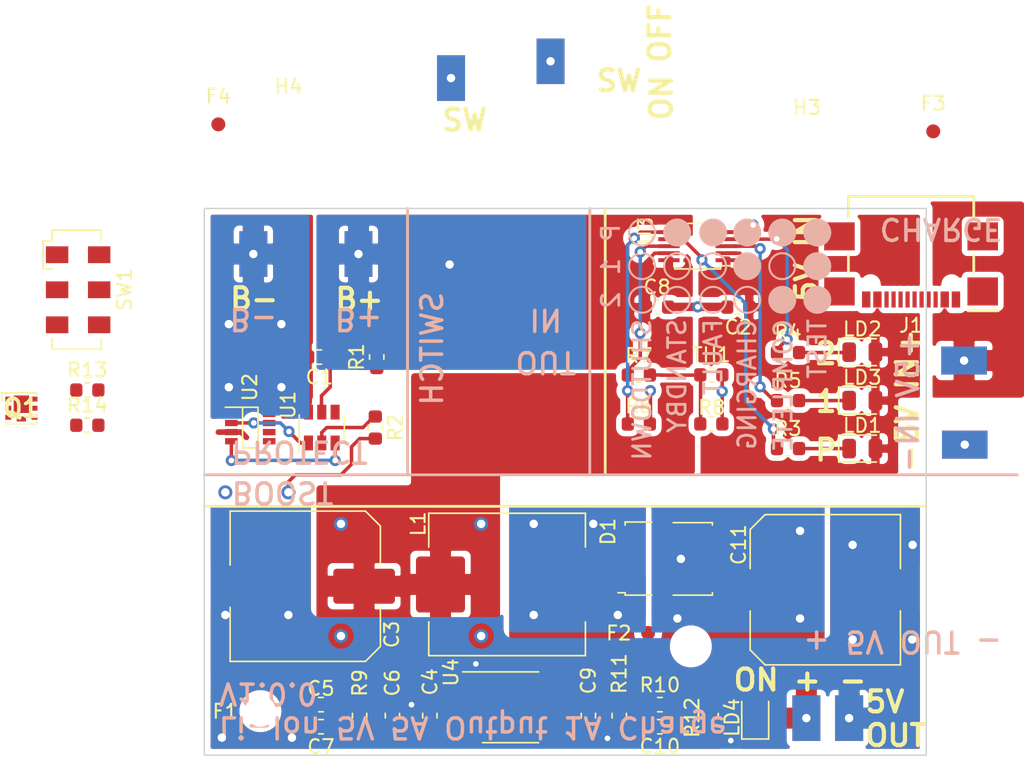
<source format=kicad_pcb>
(kicad_pcb (version 20171130) (host pcbnew "(5.1.5)-3")
  (layers (0 Top signal) (31 Bottom signal) (34 B.Paste user hide) (35 F.Paste user) (36 B.SilkS user hide) (37 F.SilkS user) (38 B.Mask user hide) (39 F.Mask user) (44 Edge.Cuts user))
  (net 0 "")
  (net 1 /BATT-)
  (net 2 /BATT+)
  (net 3 /VUSB)
  (net 4 /PROG)
  (net 5 GND)
  (net 6 /PG)
  (net 7 /ST2)
  (net 8 /ST1)
  (net 9 /COMP)
  (net 10 /SS)
  (net 11 /SW)
  (net 12 /FB)
  (net 13 /BOOSTVOUT)
  (net 14 /THRM)
  (net 15 /THRMIC)
  (net 16 "Net-(C5-Pad1)")
  (net 17 "Net-(U1-Pad1)")
  (net 18 "Net-(U1-Pad3)")
  (net 19 /PVDD)
  (net 20 /PVM)
  (net 21 "Net-(LD1-Pad1)")
  (net 22 "Net-(LD2-Pad1)")
  (net 23 "Net-(LD3-Pad1)")
  (net 24 "Net-(LD4-Pad2)")
  (net 25 /BGND)
  (net 26 "Net-(Q1-Pad3)")
  (net 27 "Net-(R13-Pad2)")
  (net 28 "Net-(J1-PadB8)")
  (net 29 "Net-(J1-PadB5)")
  (net 30 "Net-(J1-PadA5)")
  (net 31 "Net-(J1-PadA8)")
  (net 32 "Net-(J1-PadB7)")
  (net 33 "Net-(J1-PadB6)")
  (net 34 "Net-(J1-PadA6)")
  (net 35 "Net-(J1-PadA7)")
  (net 36 "Net-(J1-PadS1)")
  (net 37 "Net-(J1-PadS2)")
  (net 38 "Net-(J1-PadS3)")
  (net 39 "Net-(J1-PadS4)")
  (net 40 "Net-(U1-Pad4)")
  (net 41 "Net-(U2-Pad5)")
  (net 42 "Net-(U2-Pad6)")
  (net 43 "Net-(U2-Pad7)")
  (net 44 "Net-(U2-Pad8)")
  (module Li_Ion_LE:CP_Elec_10x10.5 (layer Top) (at 144.3 88.2)
    (fp_text reference C11 (at -6.18 -3.21 90) (layer F.SilkS))
    (fp_text value 470uF)
    (pad 1 smd roundrect (at -4.2 0) (size 4.4 2.5) (layers Top F.Paste F.Mask) (roundrect_rratio 0.1) (net 13 /BOOSTVOUT))
    (pad 2 smd roundrect (at 4.2 0) (size 4.4 2.5) (layers Top F.Paste F.Mask) (roundrect_rratio 0.1) (net 25 /BGND))
  )
  (module Li_Ion_LE:CP_Elec_10x10.5 (layer Top) (at 107.2 87.95 180)
    (fp_text reference C3 (at -6.17 -3.44 90) (layer F.SilkS))
    (fp_text value 470uF)
    (pad 1 smd roundrect (at -4.2 0 180) (size 4.4 2.5) (layers Top F.Paste F.Mask) (roundrect_rratio 0.1) (net 2 /BATT+))
    (pad 2 smd roundrect (at 4.2 0 180) (size 4.4 2.5) (layers Top F.Paste F.Mask) (roundrect_rratio 0.1) (net 25 /BGND))
  )
  (module Li_Ion_LE:L_MGV1004 (layer Top) (at 121.6 87.8228)
    (fp_text reference L1 (at -6.34 -4.3228 90) (layer F.SilkS))
    (fp_text value 6.8uH)
    (pad 2 smd roundrect (at 4.75 0) (size 3.5 4) (layers Top F.Paste F.Mask) (roundrect_rratio 0.078) (net 11 /SW))
    (pad 1 smd roundrect (at -4.75 0) (size 3.5 4) (layers Top F.Paste F.Mask) (roundrect_rratio 0.078) (net 2 /BATT+))
  )
  (module Li_Ion_LE:NTS12120EMFST1G (layer Top) (at 131.8 86 90)
    (fp_text reference D1 (at 1.95 -3 90) (layer F.SilkS))
    (fp_text value NTS12120EMFST1G)
    (pad 5A smd rect (at -2.5275 0.8775 90) (size 0.495 0.905) (layers Top F.Paste F.Mask) (net 13 /BOOSTVOUT))
    (pad 5D smd rect (at 2.5275 0.8775 90) (size 0.495 0.905) (layers Top F.Paste F.Mask) (net 13 /BOOSTVOUT))
    (pad 5B smd rect (at -1.905 4.2925 90) (size 0.75 0.475) (layers Top F.Paste F.Mask) (net 13 /BOOSTVOUT))
    (pad 5C smd rect (at 1.905 4.2925 90) (size 0.75 0.475) (layers Top F.Paste F.Mask) (net 13 /BOOSTVOUT))
    (pad 5 smd rect (at 0 2.0275 90) (size 4 3.5) (layers Top F.Paste F.Mask) (net 13 /BOOSTVOUT))
    (pad 1 smd rect (at 1.905 -1.465 90) (size 0.75 1) (layers Top F.Paste F.Mask) (net 11 /SW))
    (pad 2 smd rect (at 0.635 -1.465 90) (size 0.75 1) (layers Top F.Paste F.Mask) (net 11 /SW))
    (pad 3 smd rect (at -0.635 -1.465 90) (size 0.75 1) (layers Top F.Paste F.Mask) (net 11 /SW))
    (pad 4 smd rect (at -1.905 -1.465 90) (size 0.75 1) (layers Top F.Paste F.Mask))
  )
  (module Connector_LE:GCT_USB4110-GF-A (layer Top) (at 150.42 66.42 180)
    (fp_text reference J1 (at 0 -2.921) (layer F.SilkS))
    (fp_text value USB_C_FEMALE)
    (pad A1/B12 smd rect (at -3.2 -1.075 180) (size 0.6 1.15) (layers Top F.Paste F.Mask) (net 5 GND))
    (pad A4/B9 smd rect (at -2.4 -1.075 180) (size 0.6 1.15) (layers Top F.Paste F.Mask) (net 3 /VUSB))
    (pad B4/A9 smd rect (at 2.4 -1.075 180) (size 0.6 1.15) (layers Top F.Paste F.Mask) (net 3 /VUSB))
    (pad B1/A12 smd rect (at 3.2 -1.075 180) (size 0.6 1.15) (layers Top F.Paste F.Mask) (net 5 GND))
    (pad B8 smd rect (at -1.75 -1.075 180) (size 0.3 1.15) (layers Top F.Paste F.Mask) (net 28 "Net-(J1-PadB8)"))
    (pad B5 smd rect (at 1.75 -1.075 180) (size 0.3 1.15) (layers Top F.Paste F.Mask) (net 29 "Net-(J1-PadB5)"))
    (pad A5 smd rect (at -1.25 -1.075 180) (size 0.3 1.15) (layers Top F.Paste F.Mask) (net 30 "Net-(J1-PadA5)"))
    (pad A8 smd rect (at 1.25 -1.075 180) (size 0.3 1.15) (layers Top F.Paste F.Mask) (net 31 "Net-(J1-PadA8)"))
    (pad B7 smd rect (at -0.75 -1.075 180) (size 0.3 1.15) (layers Top F.Paste F.Mask) (net 32 "Net-(J1-PadB7)"))
    (pad B6 smd rect (at 0.75 -1.075 180) (size 0.3 1.15) (layers Top F.Paste F.Mask) (net 33 "Net-(J1-PadB6)"))
    (pad A6 smd rect (at -0.25 -1.075 180) (size 0.3 1.15) (layers Top F.Paste F.Mask) (net 34 "Net-(J1-PadA6)"))
    (pad A7 smd rect (at 0.25 -1.075 180) (size 0.3 1.15) (layers Top F.Paste F.Mask) (net 35 "Net-(J1-PadA7)"))
    (pad S1 smd rect (at -5.11 -0.5 180) (size 2.18 2) (layers Top F.Paste F.Mask) (net 36 "Net-(J1-PadS1)"))
    (pad S2 smd rect (at 5.11 -0.5 180) (size 2.18 2) (layers Top F.Paste F.Mask) (net 37 "Net-(J1-PadS2)"))
    (pad S3 smd rect (at -5.11 3.43 180) (size 2.18 2) (layers Top F.Paste F.Mask) (net 38 "Net-(J1-PadS3)"))
    (pad S4 smd rect (at 5.11 3.43 180) (size 2.18 2) (layers Top F.Paste F.Mask) (net 39 "Net-(J1-PadS4)"))
    (pad None np_thru_hole circle (at -2.89 0 180) (size 0.65 0.65) (drill 0.65) (layers *.Cu *.Mask))
    (pad None np_thru_hole circle (at 2.89 0 180) (size 0.65 0.65) (drill 0.65) (layers *.Cu *.Mask))
  )
  (module Li_Ion_LE:BUK6D3040EX (layer Top) (at 86.95 75.25)
    (fp_text reference Q1 (at 0 0) (layer F.SilkS) (effects (font (size 1.27 1.27) (thickness 0.254))))
    (fp_text value BUK6D30-40E hide)
    (pad 8 smd rect (at 0 0.775 90) (size 0.35 0.66) (layers Top F.Paste F.Mask) (net 5 GND))
    (pad 7 smd rect (at 0 -0.285) (size 1.1 1.25) (layers Top F.Paste F.Mask) (net 25 /BGND))
    (pad 6 smd rect (at 0.935 -0.65 90) (size 0.35 0.43) (layers Top F.Paste F.Mask) (net 25 /BGND))
    (pad 5 smd rect (at 0.935 0 90) (size 0.35 0.43) (layers Top F.Paste F.Mask) (net 25 /BGND))
    (pad 4 smd rect (at 0.935 0.65 90) (size 0.35 0.43) (layers Top F.Paste F.Mask) (net 5 GND))
    (pad 3 smd rect (at -0.935 0.65 90) (size 0.35 0.43) (layers Top F.Paste F.Mask) (net 26 "Net-(Q1-Pad3)"))
    (pad 2 smd rect (at -0.935 0 90) (size 0.35 0.43) (layers Top F.Paste F.Mask) (net 25 /BGND))
    (pad 1 smd rect (at -0.935 -0.65 90) (size 0.35 0.43) (layers Top F.Paste F.Mask) (net 25 /BGND))
  )
  (module Button_Switch_LE:CL-SB-22A_Edge (layer Top) (at 90.9 66.8 270)
    (fp_text reference SW1 (at 0 -3.4 90) (layer F.SilkS))
    (fp_text value SW_SPST)
    (pad 4 smd rect (at -2.5 -1.6 270) (size 1.2 1.6) (layers Top F.Paste F.Mask))
    (pad 5 smd rect (at 0 -1.6 270) (size 1.2 1.6) (layers Top F.Paste F.Mask))
    (pad 6 smd rect (at 2.5 -1.6 270) (size 1.2 1.6) (layers Top F.Paste F.Mask))
    (pad 1 smd rect (at -2.5 1.4 270) (size 1.2 1.6) (layers Top F.Paste F.Mask) (net 27 "Net-(R13-Pad2)"))
    (pad 2 smd rect (at 0 1.4 270) (size 1.2 1.6) (layers Top F.Paste F.Mask) (net 2 /BATT+))
    (pad 3 smd rect (at 2.5 1.4 270) (size 1.2 1.6) (layers Top F.Paste F.Mask))
  )
  (module Frequently_Used_LE:0603_1608Metric (layer Top) (at 91.655 76.465)
    (fp_text reference R14 (at 0 -1.43) (layer F.SilkS))
    (fp_text value 10k)
    (pad 1 smd roundrect (at -0.7875 0) (size 0.875 0.95) (layers Top F.Paste F.Mask) (net 5 GND))
    (pad 2 smd roundrect (at 0.7875 0) (size 0.875 0.95) (layers Top F.Paste F.Mask) (net 26 "Net-(Q1-Pad3)"))
  )
  (module Frequently_Used_LE:0603_1608Metric (layer Top) (at 91.655 73.955)
    (fp_text reference R13 (at 0 -1.43) (layer F.SilkS))
    (fp_text value 330)
    (pad 1 smd roundrect (at -0.7875 0) (size 0.875 0.95) (layers Top F.Paste F.Mask) (net 26 "Net-(Q1-Pad3)"))
    (pad 2 smd roundrect (at 0.7875 0) (size 0.875 0.95) (layers Top F.Paste F.Mask) (net 27 "Net-(R13-Pad2)"))
  )
  (module Li_Ion_LE:SOT65P280X95-8N (layer Top) (at 103.28 76.63)
    (fp_text reference U2 (at -0.03 -2.88 90) (layer F.SilkS))
    (fp_text value ECH8695R-TL-W hide)
    (pad 1 smd rect (at -1.35 -0.975 90) (size 0.45 0.9) (layers Top F.Paste F.Mask) (net 1 /BATT-))
    (pad 2 smd rect (at -1.35 -0.325 90) (size 0.45 0.9) (layers Top F.Paste F.Mask) (net 17 "Net-(U1-Pad1)"))
    (pad 3 smd rect (at -1.35 0.325 90) (size 0.45 0.9) (layers Top F.Paste F.Mask) (net 5 GND))
    (pad 4 smd rect (at -1.35 0.975 90) (size 0.45 0.9) (layers Top F.Paste F.Mask) (net 18 "Net-(U1-Pad3)"))
    (pad 5 smd rect (at 1.35 0.975 90) (size 0.45 0.9) (layers Top F.Paste F.Mask) (net 41 "Net-(U2-Pad5)"))
    (pad 6 smd rect (at 1.35 0.325 90) (size 0.45 0.9) (layers Top F.Paste F.Mask) (net 42 "Net-(U2-Pad6)"))
    (pad 7 smd rect (at 1.35 -0.325 90) (size 0.45 0.9) (layers Top F.Paste F.Mask) (net 43 "Net-(U2-Pad7)"))
    (pad 8 smd rect (at 1.35 -0.975 90) (size 0.45 0.9) (layers Top F.Paste F.Mask) (net 44 "Net-(U2-Pad8)"))
  )
  (module MountingHole:MountingHole_2.2mm_M2 (layer Top) (at 106 55.5)
    (fp_text reference H4 (at 0 -3.2) (layer F.SilkS))
    (fp_text value MountingHole)
    (pad 1 np_thru_hole circle (at 0 0) (size 2.2 2.2) (drill 2.2) (layers *.Cu *.Mask))
  )
  (module MountingHole:MountingHole_2.2mm_M2 (layer Top) (at 143 57)
    (fp_text reference H3 (at 0 -3.2) (layer F.SilkS))
    (fp_text value MountingHole)
    (pad 1 np_thru_hole circle (at 0 0) (size 2.2 2.2) (drill 2.2) (layers *.Cu *.Mask))
  )
  (module MountingHole:MountingHole_2.2mm_M2 (layer Top) (at 134.65 92.19)
    (fp_text reference H2)
    (fp_text value MountingHole)
    (pad "" np_thru_hole circle (at 0.06 0.05) (size 2.2 2.2) (drill 2.2) (layers *.Cu *.Mask))
  )
  (module MountingHole:MountingHole_2.2mm_M2 (layer Top) (at 103.79 97)
    (fp_text reference H1)
    (fp_text value MountingHole)
    (pad "" np_thru_hole circle (at 0.21 -0.14) (size 2.2 2.2) (drill 2.2) (layers *.Cu *.Mask))
  )
  (module Frequently_Used_LE:0603_1608Metric (layer Top) (at 136.17 72.87)
    (fp_text reference TH1 (at 0 -1.43) (layer F.SilkS))
    (fp_text value 10k)
    (pad 1 smd roundrect (at -0.7875 0) (size 0.875 0.95) (layers Top F.Paste F.Mask) (net 14 /THRM))
    (pad 2 smd roundrect (at 0.7875 0) (size 0.875 0.95) (layers Top F.Paste F.Mask) (net 5 GND))
  )
  (module Frequently_Used_LE:0603_1608Metric (layer Top) (at 136.15 97.184 90)
    (fp_text reference R12 (at -0.135 -1.35 90) (layer F.SilkS))
    (fp_text value 1k)
    (pad 1 smd roundrect (at -0.7875 0 90) (size 0.875 0.95) (layers Top F.Paste F.Mask) (net 13 /BOOSTVOUT))
    (pad 2 smd roundrect (at 0.7875 0 90) (size 0.875 0.95) (layers Top F.Paste F.Mask) (net 24 "Net-(LD4-Pad2)"))
  )
  (module Frequently_Used_LE:0603_1608Metric (layer Top) (at 129.6 97.184 270)
    (fp_text reference R11 (at -3 0 90) (layer F.SilkS))
    (fp_text value 10k)
    (pad 1 smd roundrect (at -0.7875 0 270) (size 0.875 0.95) (layers Top F.Paste F.Mask) (net 12 /FB))
    (pad 2 smd roundrect (at 0.7875 0 270) (size 0.875 0.95) (layers Top F.Paste F.Mask) (net 25 /BGND))
  )
  (module Frequently_Used_LE:0603_1608Metric (layer Top) (at 132.5 96.3965 180)
    (fp_text reference R10 (at 0 1.4) (layer F.SilkS))
    (fp_text value 30k)
    (pad 1 smd roundrect (at -0.7875 0 180) (size 0.875 0.95) (layers Top F.Paste F.Mask) (net 13 /BOOSTVOUT))
    (pad 2 smd roundrect (at 0.7875 0 180) (size 0.875 0.95) (layers Top F.Paste F.Mask) (net 12 /FB))
  )
  (module Frequently_Used_LE:0603_1608Metric (layer Top) (at 111.078 97.184 90)
    (fp_text reference R9 (at 2.334 0.012 90) (layer F.SilkS))
    (fp_text value 51k)
    (pad 1 smd roundrect (at -0.7875 0 90) (size 0.875 0.95) (layers Top F.Paste F.Mask) (net 9 /COMP))
    (pad 2 smd roundrect (at 0.7875 0 90) (size 0.875 0.95) (layers Top F.Paste F.Mask) (net 16 "Net-(C5-Pad1)"))
  )
  (module Frequently_Used_LE:0603_1608Metric (layer Top) (at 136.17 76.37)
    (fp_text reference R8 (at 0.03 -1.17) (layer F.SilkS))
    (fp_text value 69.8k)
    (pad 1 smd roundrect (at -0.7875 0) (size 0.875 0.95) (layers Top F.Paste F.Mask) (net 14 /THRM))
    (pad 2 smd roundrect (at 0.7875 0) (size 0.875 0.95) (layers Top F.Paste F.Mask) (net 5 GND))
  )
  (module Frequently_Used_LE:0603_1608Metric (layer Top) (at 131 72.88 180)
    (fp_text reference R7 (at 0 1.38) (layer F.SilkS))
    (fp_text value 1.54k)
    (pad 1 smd roundrect (at -0.7875 0 180) (size 0.875 0.95) (layers Top F.Paste F.Mask) (net 14 /THRM))
    (pad 2 smd roundrect (at 0.7875 0 180) (size 0.875 0.95) (layers Top F.Paste F.Mask) (net 15 /THRMIC))
  )
  (module Frequently_Used_LE:0603_1608Metric (layer Top) (at 131 76.38)
    (fp_text reference R6 (at 0 -1.28) (layer F.SilkS))
    (fp_text value 1k)
    (pad 1 smd roundrect (at -0.7875 0) (size 0.875 0.95) (layers Top F.Paste F.Mask) (net 4 /PROG))
    (pad 2 smd roundrect (at 0.7875 0) (size 0.875 0.95) (layers Top F.Paste F.Mask) (net 5 GND))
  )
  (module Frequently_Used_LE:0603_1608Metric (layer Top) (at 141.64 74.705)
    (fp_text reference R5 (at 0 -1.43) (layer F.SilkS))
    (fp_text value 1k)
    (pad 1 smd roundrect (at -0.7875 0) (size 0.875 0.95) (layers Top F.Paste F.Mask) (net 8 /ST1))
    (pad 2 smd roundrect (at 0.7875 0) (size 0.875 0.95) (layers Top F.Paste F.Mask) (net 23 "Net-(LD3-Pad1)"))
  )
  (module Frequently_Used_LE:0603_1608Metric (layer Top) (at 141.64 71.28)
    (fp_text reference R4 (at 0 -1.43) (layer F.SilkS))
    (fp_text value 1k)
    (pad 1 smd roundrect (at -0.7875 0) (size 0.875 0.95) (layers Top F.Paste F.Mask) (net 7 /ST2))
    (pad 2 smd roundrect (at 0.7875 0) (size 0.875 0.95) (layers Top F.Paste F.Mask) (net 22 "Net-(LD2-Pad1)"))
  )
  (module Frequently_Used_LE:0603_1608Metric (layer Top) (at 141.64 78.13)
    (fp_text reference R3 (at 0 -1.43) (layer F.SilkS))
    (fp_text value 1k)
    (pad 1 smd roundrect (at -0.7875 0) (size 0.875 0.95) (layers Top F.Paste F.Mask) (net 6 /PG))
    (pad 2 smd roundrect (at 0.7875 0) (size 0.875 0.95) (layers Top F.Paste F.Mask) (net 21 "Net-(LD1-Pad1)"))
  )
  (module Frequently_Used_LE:0603_1608Metric (layer Top) (at 112.2 76.63 270)
    (fp_text reference R2 (at 0 -1.43 90) (layer F.SilkS))
    (fp_text value 2.7k)
    (pad 1 smd roundrect (at -0.7875 0 270) (size 0.875 0.95) (layers Top F.Paste F.Mask) (net 20 /PVM))
    (pad 2 smd roundrect (at 0.7875 0 270) (size 0.875 0.95) (layers Top F.Paste F.Mask) (net 5 GND))
  )
  (module Frequently_Used_LE:0603_1608Metric (layer Top) (at 112.3 71.6 90)
    (fp_text reference R1 (at 0 -1.43 90) (layer F.SilkS))
    (fp_text value 330)
    (pad 1 smd roundrect (at -0.7875 0 90) (size 0.875 0.95) (layers Top F.Paste F.Mask) (net 19 /PVDD))
    (pad 2 smd roundrect (at 0.7875 0 90) (size 0.875 0.95) (layers Top F.Paste F.Mask) (net 2 /BATT+))
  )
  (module Frequently_Used_LE:LED_0805_2012Metric (layer Top) (at 139.3 97.164 90)
    (fp_text reference LD4 (at -0.155001 -1.65 270) (layer F.SilkS))
    (fp_text value RED)
    (pad 1 smd roundrect (at -0.9375 0 90) (size 0.975 1.4) (layers Top F.Paste F.Mask) (net 25 /BGND))
    (pad 2 smd roundrect (at 0.9375 0 90) (size 0.975 1.4) (layers Top F.Paste F.Mask) (net 24 "Net-(LD4-Pad2)"))
  )
  (module Frequently_Used_LE:LED_0805_2012Metric (layer Top) (at 146.94 74.705)
    (fp_text reference LD3 (at 0 -1.65) (layer F.SilkS))
    (fp_text value RED)
    (pad 1 smd roundrect (at -0.9375 0) (size 0.975 1.4) (layers Top F.Paste F.Mask) (net 23 "Net-(LD3-Pad1)"))
    (pad 2 smd roundrect (at 0.9375 0) (size 0.975 1.4) (layers Top F.Paste F.Mask) (net 3 /VUSB))
  )
  (module Frequently_Used_LE:LED_0805_2012Metric (layer Top) (at 146.94 71.25)
    (fp_text reference LD2 (at 0 -1.65) (layer F.SilkS))
    (fp_text value GREEN)
    (pad 1 smd roundrect (at -0.9375 0) (size 0.975 1.4) (layers Top F.Paste F.Mask) (net 22 "Net-(LD2-Pad1)"))
    (pad 2 smd roundrect (at 0.9375 0) (size 0.975 1.4) (layers Top F.Paste F.Mask) (net 3 /VUSB))
  )
  (module Frequently_Used_LE:LED_0805_2012Metric (layer Top) (at 146.94 78.13)
    (fp_text reference LD1 (at 0 -1.65) (layer F.SilkS))
    (fp_text value GREEN)
    (pad 1 smd roundrect (at -0.9375 0) (size 0.975 1.4) (layers Top F.Paste F.Mask) (net 21 "Net-(LD1-Pad1)"))
    (pad 2 smd roundrect (at 0.9375 0) (size 0.975 1.4) (layers Top F.Paste F.Mask) (net 3 /VUSB))
  )
  (module Fiducial_LE:Fiducial_1mm_Mask2mm (layer Top) (at 101 55)
    (fp_text reference F4 (at 0 -2) (layer F.SilkS))
    (fp_text value Fiducial)
    (pad "" smd circle (at 0 0) (size 1 1) (layers Top F.Mask) (clearance 0.5))
  )
  (module Frequently_Used_LE:0603_1608Metric (layer Top) (at 132.5 97.9715 180)
    (fp_text reference C10 (at 0 -1.4) (layer F.SilkS))
    (fp_text value 10uF)
    (pad 1 smd roundrect (at -0.7875 0 180) (size 0.875 0.95) (layers Top F.Paste F.Mask) (net 13 /BOOSTVOUT))
    (pad 2 smd roundrect (at 0.7875 0 180) (size 0.875 0.95) (layers Top F.Paste F.Mask) (net 25 /BGND))
  )
  (module Frequently_Used_LE:0603_1608Metric (layer Top) (at 127.4 97.184 270)
    (fp_text reference C9 (at -2.5 0 90) (layer F.SilkS))
    (fp_text value 10nF)
    (pad 1 smd roundrect (at -0.7875 0 270) (size 0.875 0.95) (layers Top F.Paste F.Mask) (net 10 /SS))
    (pad 2 smd roundrect (at 0.7875 0 270) (size 0.875 0.95) (layers Top F.Paste F.Mask) (net 25 /BGND))
  )
  (module Frequently_Used_LE:0603_1608Metric (layer Top) (at 132.3 68.04)
    (fp_text reference C8 (at 0 -1.43) (layer F.SilkS))
    (fp_text value 22uF)
    (pad 1 smd roundrect (at -0.7875 0) (size 0.875 0.95) (layers Top F.Paste F.Mask) (net 2 /BATT+))
    (pad 2 smd roundrect (at 0.7875 0) (size 0.875 0.95) (layers Top F.Paste F.Mask) (net 5 GND))
  )
  (module Frequently_Used_LE:0603_1608Metric (layer Top) (at 108.322 97.9715 180)
    (fp_text reference C7 (at 0 -1.43) (layer F.SilkS))
    (fp_text value 47pF)
    (pad 1 smd roundrect (at -0.7875 0 180) (size 0.875 0.95) (layers Top F.Paste F.Mask) (net 9 /COMP))
    (pad 2 smd roundrect (at 0.7875 0 180) (size 0.875 0.95) (layers Top F.Paste F.Mask) (net 25 /BGND))
  )
  (module Frequently_Used_LE:0603_1608Metric (layer Top) (at 113.42 97.184 90)
    (fp_text reference C6 (at 2.344 -0.01 90) (layer F.SilkS))
    (fp_text value 1uF)
    (pad 1 smd roundrect (at -0.7875 0 90) (size 0.875 0.95) (layers Top F.Paste F.Mask) (net 2 /BATT+))
    (pad 2 smd roundrect (at 0.7875 0 90) (size 0.875 0.95) (layers Top F.Paste F.Mask) (net 25 /BGND))
  )
  (module Frequently_Used_LE:0603_1608Metric (layer Top) (at 108.322 96.3965 180)
    (fp_text reference C5 (at 0 1.15) (layer F.SilkS))
    (fp_text value 2.2nF)
    (pad 1 smd roundrect (at -0.7875 0 180) (size 0.875 0.95) (layers Top F.Paste F.Mask) (net 16 "Net-(C5-Pad1)"))
    (pad 2 smd roundrect (at 0.7875 0 180) (size 0.875 0.95) (layers Top F.Paste F.Mask) (net 25 /BGND))
  )
  (module Frequently_Used_LE:0603_1608Metric (layer Top) (at 116.09 97.184 90)
    (fp_text reference C4 (at 2.414 0.015 90) (layer F.SilkS))
    (fp_text value 10uF)
    (pad 1 smd roundrect (at -0.7875 0 90) (size 0.875 0.95) (layers Top F.Paste F.Mask) (net 2 /BATT+))
    (pad 2 smd roundrect (at 0.7875 0 90) (size 0.875 0.95) (layers Top F.Paste F.Mask) (net 25 /BGND))
  )
  (module Frequently_Used_LE:0603_1608Metric (layer Top) (at 138.09 68.04 180)
    (fp_text reference C2 (at 0 -1.43) (layer F.SilkS))
    (fp_text value 22uF)
    (pad 1 smd roundrect (at -0.7875 0 180) (size 0.875 0.95) (layers Top F.Paste F.Mask) (net 3 /VUSB))
    (pad 2 smd roundrect (at 0.7875 0 180) (size 0.875 0.95) (layers Top F.Paste F.Mask) (net 5 GND))
  )
  (module Frequently_Used_LE:0603_1608Metric (layer Top) (at 108.2 71.6 180)
    (fp_text reference C1 (at 0 -1.43) (layer F.SilkS))
    (fp_text value 0.1uF)
    (pad 1 smd roundrect (at -0.7875 0 180) (size 0.875 0.95) (layers Top F.Paste F.Mask) (net 19 /PVDD))
    (pad 2 smd roundrect (at 0.7875 0 180) (size 0.875 0.95) (layers Top F.Paste F.Mask) (net 1 /BATT-))
  )
  (module Li_Ion_LE:Pad_2.0-3.25_w_TH (layer Top) (at 146 97.359 180)
    (fp_text reference W8)
    (fp_text value 2.0x3.25)
    (pad 1 thru_hole rect (at 0 0 180) (size 2 3.25) (drill 0.6) (layers *.Cu *.Mask) (net 25 /BGND))
  )
  (module Li_Ion_LE:Pad_2.0-3.25_w_TH (layer Top) (at 142.95 97.359 180)
    (fp_text reference W7)
    (fp_text value 2.0x3.25)
    (pad 1 thru_hole rect (at 0 0 180) (size 2 3.25) (drill 0.6) (layers *.Cu *.Mask) (net 13 /BOOSTVOUT))
  )
  (module Li_Ion_LE:Pad_2.0-3.25_w_TH (layer Top) (at 103.5 64.25 180)
    (fp_text reference W6)
    (fp_text value 2.0x3.25)
    (pad 1 thru_hole rect (at 0 0 180) (size 2 3.25) (drill 0.6) (layers *.Cu *.Mask) (net 1 /BATT-))
  )
  (module Li_Ion_LE:Pad_2.0-3.25_w_TH (layer Top) (at 111 64.25)
    (fp_text reference W5)
    (fp_text value 2.0x3.25)
    (pad 1 thru_hole rect (at 0 0) (size 2 3.25) (drill 0.6) (layers *.Cu *.Mask) (net 2 /BATT+))
  )
  (module Li_Ion_LE:Pad_2.0-3.25_w_TH (layer Top) (at 117.6 51.7 180)
    (fp_text reference W4)
    (fp_text value 2.0x3.25)
    (pad 1 thru_hole rect (at 0 0 180) (size 2 3.25) (drill 0.6) (layers *.Cu *.Mask) (net 27 "Net-(R13-Pad2)"))
  )
  (module Li_Ion_LE:Pad_2.0-3.25_w_TH (layer Top) (at 124.7 50.5)
    (fp_text reference W3)
    (fp_text value 2.0x3.25)
    (pad 1 thru_hole rect (at 0 0) (size 2 3.25) (drill 0.6) (layers *.Cu *.Mask) (net 2 /BATT+))
  )
  (module Li_Ion_LE:Pad_2.0-3.25_w_TH (layer Top) (at 154.25 77.85 270)
    (fp_text reference W2)
    (fp_text value 2.0x3.25)
    (pad 1 thru_hole rect (at 0 0 270) (size 2 3.25) (drill 0.6) (layers *.Cu *.Mask) (net 5 GND))
  )
  (module Li_Ion_LE:Pad_2.0-3.25_w_TH (layer Top) (at 154.2 71.85 90)
    (fp_text reference W1)
    (fp_text value 2.0x3.25)
    (pad 1 thru_hole rect (at 0 0 90) (size 2 3.25) (drill 0.6) (layers *.Cu *.Mask) (net 3 /VUSB))
  )
  (module Fiducial_LE:Fiducial_1mm_Mask2mm (layer Top) (at 152 55.5)
    (fp_text reference F3 (at 0 -2) (layer F.SilkS))
    (fp_text value Fiducial)
    (pad "" smd circle (at 0 0) (size 1 1) (layers Top F.Mask) (clearance 0.5))
  )
  (module Fiducial_LE:Fiducial_1mm_Mask2mm (layer Top) (at 131.66 91.28)
    (fp_text reference F2 (at -2.09 0.02) (layer F.SilkS))
    (fp_text value Fiducial)
    (pad "" smd circle (at 0 0) (size 1 1) (layers Top F.Mask) (clearance 0.5))
  )
  (module Fiducial_LE:Fiducial_1mm_Mask2mm (layer Top) (at 101.5 95)
    (fp_text reference F1 (at -0.01 1.88) (layer F.SilkS))
    (fp_text value Fiducial)
    (pad "" smd circle (at 0 0) (size 1 1) (layers Top F.Mask) (clearance 0.5))
  )
  (module Li_Ion_LE:PAM2423AECADJR (layer Top) (at 121.85 96.584)
    (fp_text reference U4 (at -4.25 -2.484 270) (layer F.SilkS))
    (fp_text value PAM2423AECADJR)
    (pad 9 smd rect (at 0 0) (size 2.28 3.3) (layers Top F.Paste F.Mask) (net 25 /BGND))
    (pad 8 smd rect (at 2.475 -1.905) (size 1.97 0.6) (layers Top F.Paste F.Mask) (net 11 /SW))
    (pad 7 smd rect (at 2.475 -0.635) (size 1.97 0.6) (layers Top F.Paste F.Mask) (net 10 /SS))
    (pad 6 smd rect (at 2.475 0.635) (size 1.97 0.6) (layers Top F.Paste F.Mask) (net 12 /FB))
    (pad 5 smd rect (at 2.475 1.905) (size 1.97 0.6) (layers Top F.Paste F.Mask) (net 25 /BGND))
    (pad 4 smd rect (at -2.475 1.905) (size 1.97 0.6) (layers Top F.Paste F.Mask) (net 9 /COMP))
    (pad 3 smd rect (at -2.475 0.635) (size 1.97 0.6) (layers Top F.Paste F.Mask) (net 2 /BATT+))
    (pad 2 smd rect (at -2.475 -0.635) (size 1.97 0.6) (layers Top F.Paste F.Mask) (net 2 /BATT+))
    (pad 1 smd rect (at -2.475 -1.905) (size 1.97 0.6) (layers Top F.Paste F.Mask) (net 25 /BGND))
  )
  (module Li_Ion_LE:MCP73833 (layer Top) (at 135.19 63.69 180)
    (fp_text reference U3 (at 3.71 1.09 90) (layer F.SilkS))
    (fp_text value MCP73833T)
    (pad 10 smd rect (at 2.0447 -1.000001 180) (size 1.524 0.2794) (layers Top F.Paste F.Mask) (net 2 /BATT+))
    (pad 9 smd rect (at 2.0447 -0.499999 180) (size 1.524 0.2794) (layers Top F.Paste F.Mask) (net 2 /BATT+))
    (pad 8 smd rect (at 2.0447 0 180) (size 1.524 0.2794) (layers Top F.Paste F.Mask) (net 15 /THRMIC))
    (pad 7 smd rect (at 2.0447 0.499999 180) (size 1.524 0.2794) (layers Top F.Paste F.Mask) (net 6 /PG))
    (pad 6 smd rect (at 2.0447 1.000001 180) (size 1.524 0.2794) (layers Top F.Paste F.Mask) (net 4 /PROG))
    (pad 5 smd rect (at -2.0447 1.000001 180) (size 1.524 0.2794) (layers Top F.Paste F.Mask) (net 5 GND))
    (pad 4 smd rect (at -2.0447 0.499999 180) (size 1.524 0.2794) (layers Top F.Paste F.Mask) (net 7 /ST2))
    (pad 3 smd rect (at -2.0447 0 180) (size 1.524 0.2794) (layers Top F.Paste F.Mask) (net 8 /ST1))
    (pad 2 smd rect (at -2.0447 -0.499999 180) (size 1.524 0.2794) (layers Top F.Paste F.Mask) (net 3 /VUSB))
    (pad 1 smd rect (at -2.0447 -1.000001 180) (size 1.524 0.2794) (layers Top F.Paste F.Mask) (net 3 /VUSB))
  )
  (module Li_Ion_LE:SOT-23-6 (layer Top) (at 108.38 76.63 90)
    (fp_text reference U1 (at 1.61 -2.4 90) (layer F.SilkS))
    (fp_text value AP9101CK6)
    (pad 1 smd rect (at -1.1 -0.95 90) (size 1.06 0.65) (layers Top F.Paste F.Mask) (net 17 "Net-(U1-Pad1)"))
    (pad 2 smd rect (at -1.1 0 90) (size 1.06 0.65) (layers Top F.Paste F.Mask) (net 20 /PVM))
    (pad 3 smd rect (at -1.1 0.95 90) (size 1.06 0.65) (layers Top F.Paste F.Mask) (net 18 "Net-(U1-Pad3)"))
    (pad 4 smd rect (at 1.1 0.95 90) (size 1.06 0.65) (layers Top F.Paste F.Mask) (net 40 "Net-(U1-Pad4)"))
    (pad 6 smd rect (at 1.1 -0.95 90) (size 1.06 0.65) (layers Top F.Paste F.Mask) (net 1 /BATT-))
    (pad 5 smd rect (at 1.1 0 90) (size 1.06 0.65) (layers Top F.Paste F.Mask) (net 19 /PVDD))
  )
  (gr_text OUT (at 147 98.6) (layer F.SilkS) (effects (font (size 1.5 1.5) (thickness 0.3)) (justify left)))
  (gr_text B+ (at 109.19 67.48) (layer F.SilkS) (effects (font (size 1.5 1.5) (thickness 0.3)) (justify left)))
  (gr_text B- (at 101.68 67.44) (layer F.SilkS) (effects (font (size 1.5 1.5) (thickness 0.3)) (justify left)))
  (gr_text SW (at 127.8 51.9) (layer F.SilkS) (effects (font (size 1.5 1.5) (thickness 0.3)) (justify left)))
  (gr_text SW (at 116.8 54.7) (layer F.SilkS) (effects (font (size 1.5 1.5) (thickness 0.3)) (justify left)))
  (gr_text + (at 150.29 71.71 90) (layer F.SilkS) (effects (font (size 1.5 1.5) (thickness 0.3)) (justify left)))
  (gr_text - (at 150.29 79.91 90) (layer F.SilkS) (effects (font (size 1.5 1.5) (thickness 0.3)) (justify left)))
  (gr_text - (at 145.141429 94.64) (layer F.SilkS) (effects (font (size 1.5 1.5) (thickness 0.3)) (justify left)))
  (gr_text + (at 141.891429 94.64) (layer F.SilkS) (effects (font (size 1.5 1.5) (thickness 0.3)) (justify left)))
  (gr_text "5V IN" (at 142.95 67.812143 90) (layer F.SilkS) (effects (font (size 1.5 1.5) (thickness 0.3)) (justify left)))
  (gr_text B- (at 103.500001 68.89 180) (layer B.SilkS) (effects (font (size 1.5 1.5) (thickness 0.25)) (justify mirror)))
  (gr_text + (at 150.2 69.7 90) (layer B.SilkS) (effects (font (size 1.5 1.5) (thickness 0.25)) (justify left mirror)))
  (gr_text - (at 150.2 77.8 90) (layer B.SilkS) (effects (font (size 1.5 1.5) (thickness 0.25)) (justify left mirror)))
  (gr_text "5V IN" (at 150.2 71.607143 90) (layer B.SilkS) (effects (font (size 1.5 1.5) (thickness 0.25)) (justify left mirror)))
  (gr_circle (center 136.3 62.71619) (end 136.3 62.21619) (layer B.SilkS) (width 1))
  (gr_circle (center 136.3 67.51619) (end 136.3 66.59119) (layer B.SilkS) (width 0.15))
  (gr_circle (center 136.3 65.11619) (end 136.3 64.19119) (layer B.SilkS) (width 0.15))
  (gr_text FAULT (at 136.3 68.77 90) (layer B.SilkS) (effects (font (size 1.25 1.25) (thickness 0.2)) (justify left mirror)))
  (gr_text B+ (at 111.000001 68.89 180) (layer B.SilkS) (effects (font (size 1.5 1.5) (thickness 0.25)) (justify mirror)))
  (gr_text OUT (at 124.36 71.97 180) (layer B.SilkS) (effects (font (size 1.5 1.5) (thickness 0.25)) (justify mirror)))
  (gr_text IN (at 124.36 68.95 180) (layer B.SilkS) (effects (font (size 1.5 1.5) (thickness 0.25)) (justify mirror)))
  (gr_text "+ 5V OUT -" (at 142.59 91.9 180) (layer B.SilkS) (effects (font (size 1.5 1.5) (thickness 0.25)) (justify left mirror)))
  (gr_text "Li-Ion 5V 5A Output 1A Charge" (at 100.89 98.02 180) (layer B.SilkS) (effects (font (size 1.5 1.5) (thickness 0.25)) (justify left mirror)))
  (gr_text V1.0.0 (at 100.89 95.61 180) (layer B.SilkS) (effects (font (size 1.5 1.5) (thickness 0.25)) (justify left mirror)))
  (gr_text OFF (at 132.5 48.5 90) (layer F.SilkS) (effects (font (size 1.5 1.5) (thickness 0.3))))
  (gr_text ON (at 132.6 53.1 90) (layer F.SilkS) (effects (font (size 1.5 1.5) (thickness 0.3))))
  (gr_text CHARGE (at 148.03 62.46 180) (layer B.SilkS) (effects (font (size 1.5 1.5) (thickness 0.25)) (justify left mirror)))
  (gr_text SWITCH (at 116.25 66.8 90) (layer B.SilkS) (effects (font (size 1.5 1.5) (thickness 0.25)) (justify left mirror)))
  (gr_text PROTECT (at 106.79 78.35 180) (layer B.SilkS) (effects (font (size 1.5 1.5) (thickness 0.25)) (justify mirror)))
  (gr_text BOOST (at 101.81 81.26 180) (layer B.SilkS) (effects (font (size 1.5 1.5) (thickness 0.25)) (justify left mirror)))
  (gr_line (start 114.5 80) (end 114.5 61) (layer B.SilkS) (width 0.2))
  (gr_line (start 127.5 80) (end 127.5 61) (layer B.SilkS) (width 0.2))
  (gr_line (start 158 80) (end 100 80) (layer B.SilkS) (width 0.2))
  (gr_line (start 114.5 80) (end 114.5 61) (layer F.SilkS) (width 0.2))
  (gr_line (start 128.6 80) (end 128.6 61) (layer F.SilkS) (width 0.2))
  (gr_line (start 100 82.25) (end 151.5 82.25) (layer F.SilkS) (width 0.2))
  (gr_text "5V IN" (at 150.15 77.952143 90) (layer F.SilkS) (effects (font (size 1.5 1.5) (thickness 0.3)) (justify left)))
  (gr_line (start 151.5 61) (end 151.5 100) (layer Edge.Cuts) (width 0.1))
  (gr_line (start 100 61) (end 151.5 61) (layer Edge.Cuts) (width 0.1))
  (gr_line (start 100 100) (end 100 61) (layer Edge.Cuts) (width 0.1))
  (gr_line (start 151.5 100) (end 100 100) (layer Edge.Cuts) (width 0.1))
  (gr_text ON (at 137.598572 94.64) (layer F.SilkS) (effects (font (size 1.5 1.5) (thickness 0.3)) (justify left)))
  (gr_text 5V (at 147 96.2) (layer F.SilkS) (effects (font (size 1.5 1.5) (thickness 0.3)) (justify left)))
  (gr_text P (at 144.36 78.24) (layer F.SilkS) (effects (font (size 1.5 1.5) (thickness 0.3))))
  (gr_text 1 (at 144.36 74.77) (layer F.SilkS) (effects (font (size 1.5 1.5) (thickness 0.3))))
  (gr_text 2 (at 144.36 71.36) (layer F.SilkS) (effects (font (size 1.5 1.5) (thickness 0.3))))
  (gr_circle (center 131.23 62.71619) (end 131.23 61.79119) (layer B.SilkS) (width 0.15))
  (gr_text SHUTDOWN (at 131.23 68.77 90) (layer B.SilkS) (effects (font (size 1.25 1.25) (thickness 0.2)) (justify left mirror)))
  (gr_circle (center 131.23 67.51619) (end 131.23 66.59119) (layer B.SilkS) (width 0.15))
  (gr_circle (center 131.23 65.11619) (end 131.23 64.19119) (layer B.SilkS) (width 0.15))
  (gr_circle (center 138.73 62.71619) (end 138.73 62.21619) (layer B.SilkS) (width 1))
  (gr_circle (center 133.73 67.51619) (end 133.73 66.59119) (layer B.SilkS) (width 0.15))
  (gr_text STANDBY (at 133.73 68.77 90) (layer B.SilkS) (effects (font (size 1.25 1.25) (thickness 0.2)) (justify left mirror)))
  (gr_circle (center 133.73 62.71619) (end 133.73 62.21619) (layer B.SilkS) (width 1))
  (gr_circle (center 133.73 65.11619) (end 133.73 64.19119) (layer B.SilkS) (width 0.15))
  (gr_text CHARGING (at 138.73 68.77 90) (layer B.SilkS) (effects (font (size 1.25 1.25) (thickness 0.2)) (justify left mirror)))
  (gr_circle (center 138.73 65.11619) (end 138.73 64.61619) (layer B.SilkS) (width 1))
  (gr_circle (center 138.73 67.51619) (end 138.73 66.59119) (layer B.SilkS) (width 0.15))
  (gr_text COMPLETE (at 141.3 68.77 90) (layer B.SilkS) (effects (font (size 1.25 1.25) (thickness 0.2)) (justify left mirror)))
  (gr_circle (center 141.23 65.11619) (end 141.23 64.19119) (layer B.SilkS) (width 0.15))
  (gr_circle (center 141.23 67.51619) (end 141.23 67.01619) (layer B.SilkS) (width 1))
  (gr_circle (center 141.23 62.71619) (end 141.23 62.21619) (layer B.SilkS) (width 1))
  (gr_text P (at 129 61.99119 90) (layer B.SilkS) (effects (font (size 1.25 1.25) (thickness 0.2)) (justify left mirror)))
  (gr_text 2 (at 129 66.820952 90) (layer B.SilkS) (effects (font (size 1.25 1.25) (thickness 0.2)) (justify left mirror)))
  (gr_text 1 (at 129 64.420952 90) (layer B.SilkS) (effects (font (size 1.25 1.25) (thickness 0.2)) (justify left mirror)))
  (gr_text TEST (at 143.73 68.77 90) (layer B.SilkS) (effects (font (size 1.25 1.25) (thickness 0.2)) (justify left mirror)))
  (gr_circle (center 143.73 65.11619) (end 143.73 64.61619) (layer B.SilkS) (width 1))
  (gr_circle (center 143.73 67.51619) (end 143.73 67.01619) (layer B.SilkS) (width 1))
  (gr_circle (center 143.73 62.71619) (end 143.73 62.21619) (layer B.SilkS) (width 1))
  (via (at 105.5 69.25) (size 1) (drill 0.6) (layers Top Bottom) (net 1))
  (via (at 105.5 73.75) (size 1) (drill 0.6) (layers Top Bottom) (net 1))
  (via (at 101.75 69.25) (size 1) (drill 0.6) (layers Top Bottom) (net 1))
  (via (at 101.75 73.75) (size 1) (drill 0.6) (layers Top Bottom) (net 1))
  (segment (start 101.755 75.63) (end 100.98 75.63) (width 0.4) (layer Top) (net 1))
  (segment (start 102.81 75.54) (end 102.07 75.56) (width 0.4) (layer Top) (net 1))
  (via (at 117.5 65) (size 1) (drill 0.6) (layers Top Bottom) (net 2))
  (segment (start 132.1333 64.189999) (end 131.323299 65) (width 0.25) (layer Top) (net 2))
  (segment (start 133.1453 64.189999) (end 132.1333 64.189999) (width 0.25) (layer Top) (net 2))
  (via (at 109.75 91.5) (size 1) (drill 0.6) (layers Top Bottom) (net 2))
  (via (at 109.75 83.5) (size 1) (drill 0.6) (layers Top Bottom) (net 2))
  (via (at 119.75 91.5) (size 1) (drill 0.6) (layers Top Bottom) (net 2))
  (via (at 119.75 83.5) (size 1) (drill 0.6) (layers Top Bottom) (net 2))
  (segment (start 138.189999 64.189999) (end 139 65) (width 0.25) (layer Top) (net 3))
  (segment (start 137.2347 64.189999) (end 138.189999 64.189999) (width 0.25) (layer Top) (net 3))
  (segment (start 131.106347 62.689999) (end 130.673897 63.122449) (width 0.25) (layer Top) (net 4))
  (segment (start 133.1453 62.689999) (end 131.106347 62.689999) (width 0.25) (layer Top) (net 4))
  (via (at 130.673897 63.122449) (size 0.8) (drill 0.4) (layers Top Bottom) (net 4))
  (segment (start 130.2 63.596346) (end 130.673897 63.122449) (width 0.25) (layer Bottom) (net 4))
  (segment (start 130.2 74) (end 130.2 63.596346) (width 0.25) (layer Bottom) (net 4))
  (via (at 130.2 74) (size 0.8) (drill 0.4) (layers Top Bottom) (net 4))
  (segment (start 130.2 74) (end 130.2 76.44) (width 0.25) (layer Top) (net 4))
  (via (at 139.150002 62.18) (size 0.8) (drill 0.4) (layers Top Bottom) (net 5))
  (segment (start 138.640003 62.689999) (end 139.150002 62.18) (width 0.25) (layer Top) (net 5))
  (segment (start 137.2347 62.689999) (end 138.640003 62.689999) (width 0.25) (layer Top) (net 5))
  (segment (start 136.945 72.87) (end 136.945 74.585) (width 0.25) (layer Top) (net 5))
  (segment (start 136.945 74.585) (end 136.95 74.59) (width 0.25) (layer Top) (net 5))
  (segment (start 136.945 74.595) (end 136.95 74.59) (width 0.25) (layer Top) (net 5))
  (segment (start 136.945 76.37) (end 136.945 74.595) (width 0.25) (layer Top) (net 5))
  (via (at 101.5 81.25) (size 1) (drill 0.6) (layers Top Bottom) (net 5))
  (via (at 135.199999 68.02) (size 0.8) (drill 0.4) (layers Top Bottom) (net 5))
  (segment (start 133.33 68.04) (end 133.350001 68.019999) (width 0.5) (layer Top) (net 5))
  (segment (start 135.765684 68.02) (end 135.199999 68.02) (width 0.6) (layer Top) (net 5))
  (segment (start 133.350001 68.019999) (end 134.634314 68.02) (width 0.6) (layer Top) (net 5))
  (segment (start 137.049999 68.019999) (end 135.765684 68.02) (width 0.6) (layer Top) (net 5))
  (segment (start 137.065 68.035) (end 137.049999 68.019999) (width 0.5) (layer Top) (net 5))
  (segment (start 134.634314 68.02) (end 135.199999 68.02) (width 0.6) (layer Top) (net 5))
  (segment (start 101.93 76.955) (end 101.005 76.955) (width 0.4) (layer Top) (net 5))
  (segment (start 101.93 76.955) (end 102.63 76.955) (width 0.4) (layer Top) (net 5))
  (segment (start 102.63 76.955) (end 103.005 77.33) (width 0.4) (layer Top) (net 5))
  (via (at 105.999996 81.25) (size 1) (drill 0.6) (layers Top Bottom) (net 5))
  (segment (start 105.999996 80.500004) (end 105.999996 81.25) (width 0.25) (layer Top) (net 5))
  (segment (start 109.75 80) (end 106.5 80) (width 0.25) (layer Top) (net 5))
  (segment (start 111.0825 77.4175) (end 110.5 78) (width 0.25) (layer Top) (net 5))
  (segment (start 112.2 77.4175) (end 111.0825 77.4175) (width 0.25) (layer Top) (net 5))
  (segment (start 110.5 79.25) (end 109.75 80) (width 0.25) (layer Top) (net 5))
  (segment (start 106.5 80) (end 105.999996 80.500004) (width 0.25) (layer Top) (net 5))
  (segment (start 110.5 78) (end 110.5 79.25) (width 0.25) (layer Top) (net 5))
  (segment (start 131.825 76.38) (end 131.825 74) (width 0.25) (layer Top) (net 5))
  (via (at 131.825 74) (size 0.8) (drill 0.4) (layers Top Bottom) (net 5))
  (via (at 136.945 74.045) (size 0.8) (drill 0.4) (layers Top Bottom) (net 5))
  (via (at 135.5 64.67) (size 0.8) (drill 0.4) (layers Top Bottom) (net 6))
  (segment (start 135.5 64.532701) (end 135.5 64.67) (width 0.25) (layer Top) (net 6))
  (segment (start 133.1453 63.190001) (end 134.1573 63.190001) (width 0.25) (layer Top) (net 6))
  (segment (start 134.1573 63.190001) (end 135.5 64.532701) (width 0.25) (layer Top) (net 6))
  (via (at 140.6 76.729999) (size 0.8) (drill 0.4) (layers Top Bottom) (net 6))
  (segment (start 135.5 64.67) (end 138.63 67.8) (width 0.25) (layer Bottom) (net 6))
  (segment (start 140.6 78.12) (end 140.6 77.295684) (width 0.25) (layer Top) (net 6))
  (segment (start 140.6 77.295684) (end 140.6 76.729999) (width 0.25) (layer Top) (net 6))
  (segment (start 140.200001 76.33) (end 140.6 76.729999) (width 0.25) (layer Bottom) (net 6))
  (segment (start 138.63 74.759999) (end 140.200001 76.33) (width 0.25) (layer Bottom) (net 6))
  (segment (start 138.63 67.8) (end 138.63 74.759999) (width 0.25) (layer Bottom) (net 6))
  (segment (start 140.62 78.14) (end 140.6 78.12) (width 0.25) (layer Top) (net 6))
  (segment (start 140.735683 71.29) (end 140.735683 71.174317) (width 0.25) (layer Top) (net 7))
  (segment (start 140.735683 71.174317) (end 141.180001 70.729999) (width 0.25) (layer Top) (net 7))
  (via (at 141.58 70.33) (size 0.8) (drill 0.4) (layers Top Bottom) (net 7))
  (segment (start 141.180001 70.729999) (end 141.58 70.33) (width 0.25) (layer Top) (net 7))
  (segment (start 140.809999 63.190001) (end 140.83 63.17) (width 0.25) (layer Top) (net 7))
  (via (at 140.83 63.17) (size 0.8) (drill 0.4) (layers Top Bottom) (net 7))
  (segment (start 137.2347 63.190001) (end 140.809999 63.190001) (width 0.25) (layer Top) (net 7))
  (segment (start 141.58 63.92) (end 141.58 70.33) (width 0.25) (layer Bottom) (net 7))
  (segment (start 140.83 63.17) (end 141.58 63.92) (width 0.25) (layer Bottom) (net 7))
  (segment (start 140.65 74.8) (end 140.65 74.739998) (width 0.25) (layer Top) (net 8))
  (segment (start 140.62 74.690002) (end 140.049997 74.119999) (width 0.25) (layer Top) (net 8))
  (segment (start 140.62 74.7) (end 140.62 74.690002) (width 0.25) (layer Top) (net 8))
  (via (at 139.649998 73.72) (size 0.8) (drill 0.4) (layers Top Bottom) (net 8))
  (segment (start 140.049997 74.119999) (end 139.649998 73.72) (width 0.25) (layer Top) (net 8))
  (segment (start 139.649998 63.867413) (end 139.65 63.867411) (width 0.25) (layer Bottom) (net 8))
  (segment (start 139.472589 63.69) (end 139.65 63.867411) (width 0.25) (layer Top) (net 8))
  (segment (start 137.2347 63.69) (end 139.472589 63.69) (width 0.25) (layer Top) (net 8))
  (via (at 139.65 63.867411) (size 0.8) (drill 0.4) (layers Top Bottom) (net 8))
  (segment (start 139.649998 73.72) (end 139.649998 63.867413) (width 0.25) (layer Bottom) (net 8))
  (segment (start 109.12 97.97) (end 111.055 97.97) (width 0.25) (layer Top) (net 9))
  (segment (start 117.671 98.489) (end 119.375 98.489) (width 0.25) (layer Top) (net 9))
  (segment (start 111.32 98.85) (end 117.31 98.85) (width 0.25) (layer Top) (net 9))
  (segment (start 111.078 97.9715) (end 111.078 98.608) (width 0.25) (layer Top) (net 9))
  (segment (start 117.31 98.85) (end 117.671 98.489) (width 0.25) (layer Top) (net 9))
  (segment (start 111.078 98.608) (end 111.32 98.85) (width 0.25) (layer Top) (net 9))
  (segment (start 124.334 95.94) (end 124.325 95.949) (width 0.25) (layer Top) (net 10))
  (segment (start 125.92 95.94) (end 124.334 95.94) (width 0.25) (layer Top) (net 10))
  (segment (start 127.4 96.3965) (end 126.3765 96.3965) (width 0.25) (layer Top) (net 10))
  (segment (start 126.3765 96.3965) (end 125.92 95.94) (width 0.25) (layer Top) (net 10))
  (via (at 123.5 83.5) (size 1) (drill 0.6) (layers Top Bottom) (net 11))
  (via (at 127.75 83.5) (size 1) (drill 0.6) (layers Top Bottom) (net 11))
  (via (at 123.5 90) (size 1) (drill 0.6) (layers Top Bottom) (net 11))
  (via (at 129.5 90) (size 1) (drill 0.6) (layers Top Bottom) (net 11))
  (segment (start 124.364 97.18) (end 124.325 97.219) (width 0.25) (layer Top) (net 12))
  (segment (start 128.03 97.18) (end 124.364 97.18) (width 0.25) (layer Top) (net 12))
  (segment (start 131.7125 96.3965) (end 128.8135 96.3965) (width 0.25) (layer Top) (net 12))
  (segment (start 128.8135 96.3965) (end 128.03 97.18) (width 0.25) (layer Top) (net 12))
  (via (at 142.5 90.25) (size 1) (drill 0.6) (layers Top Bottom) (net 13))
  (via (at 142.5 84) (size 1) (drill 0.6) (layers Top Bottom) (net 13))
  (via (at 134 86) (size 1) (drill 0.6) (layers Top Bottom) (net 13))
  (via (at 133.75 90.25) (size 1) (drill 0.6) (layers Top Bottom) (net 13))
  (segment (start 132.6 72.88) (end 132.61 72.89) (width 0.25) (layer Top) (net 14))
  (segment (start 132.025 72.88) (end 132.6 72.88) (width 0.25) (layer Top) (net 14))
  (segment (start 132.61 72.89) (end 134.89 72.89) (width 0.25) (layer Top) (net 14))
  (segment (start 135.4 72.87) (end 135.4 76.42) (width 0.25) (layer Top) (net 14))
  (segment (start 131.1 64.1) (end 131.51 63.69) (width 0.25) (layer Top) (net 15))
  (via (at 131.1 64.1) (size 0.8) (drill 0.4) (layers Top Bottom) (net 15))
  (segment (start 131.51 63.69) (end 133.1453 63.69) (width 0.25) (layer Top) (net 15))
  (segment (start 131.1 69.9) (end 131.1 64.1) (width 0.25) (layer Bottom) (net 15))
  (segment (start 131.1 71.67) (end 130.040001 72.729999) (width 0.25) (layer Top) (net 15))
  (via (at 131.1 69.9) (size 0.8) (drill 0.4) (layers Top Bottom) (net 15))
  (segment (start 131.1 69.9) (end 131.1 71.67) (width 0.25) (layer Top) (net 15))
  (segment (start 111.08 96.42) (end 109.1 96.42) (width 0.25) (layer Top) (net 16))
  (via (at 106.04 76.91) (size 0.8) (drill 0.4) (layers Top Bottom) (net 17))
  (segment (start 106.86 77.73) (end 107.48 77.73) (width 0.25) (layer Top) (net 17))
  (segment (start 106.04 76.91) (end 106.86 77.73) (width 0.25) (layer Top) (net 17))
  (segment (start 101.935 76.3) (end 101.93 76.305) (width 0.25) (layer Top) (net 17))
  (segment (start 103.53 76.3) (end 101.935 76.3) (width 0.25) (layer Top) (net 17))
  (segment (start 105.43 76.3) (end 106.04 76.91) (width 0.25) (layer Bottom) (net 17))
  (via (at 103.53 76.3) (size 0.8) (drill 0.4) (layers Top Bottom) (net 17))
  (segment (start 103.53 76.3) (end 105.43 76.3) (width 0.25) (layer Bottom) (net 17))
  (via (at 101.93 78.98) (size 0.8) (drill 0.4) (layers Top Bottom) (net 18))
  (segment (start 101.93 77.605) (end 101.93 78.98) (width 0.25) (layer Top) (net 18))
  (via (at 109.329996 78.98) (size 0.8) (drill 0.4) (layers Top Bottom) (net 18))
  (segment (start 109.33 78.134322) (end 109.329996 78.134326) (width 0.25) (layer Top) (net 18))
  (segment (start 109.329996 78.134326) (end 109.329996 78.98) (width 0.25) (layer Top) (net 18))
  (segment (start 101.94 78.97) (end 101.93 78.98) (width 0.25) (layer Bottom) (net 18))
  (segment (start 109.329996 78.98) (end 109.319996 78.97) (width 0.25) (layer Bottom) (net 18))
  (segment (start 109.319996 78.97) (end 101.94 78.97) (width 0.25) (layer Bottom) (net 18))
  (segment (start 111.05 72.4) (end 112.31 72.4) (width 0.25) (layer Top) (net 19))
  (segment (start 108.36 74.36) (end 108.98 73.74) (width 0.25) (layer Top) (net 19))
  (segment (start 108.36 75.5) (end 108.36 74.36) (width 0.25) (layer Top) (net 19))
  (segment (start 108.98 73.74) (end 108.98 71.63) (width 0.25) (layer Top) (net 19))
  (segment (start 108.98 71.63) (end 110.28 71.63) (width 0.25) (layer Top) (net 19))
  (segment (start 110.28 71.63) (end 111.05 72.4) (width 0.25) (layer Top) (net 19))
  (segment (start 111.32 76.63) (end 112.2 75.75) (width 0.25) (layer Top) (net 20))
  (segment (start 108.73 76.63) (end 111.32 76.63) (width 0.25) (layer Top) (net 20))
  (segment (start 108.38 77.73) (end 108.38 76.98) (width 0.25) (layer Top) (net 20))
  (segment (start 108.38 76.98) (end 108.73 76.63) (width 0.25) (layer Top) (net 20))
  (segment (start 142.665 78.13) (end 143.24 78.13) (width 0.25) (layer Top) (net 21))
  (segment (start 143.24 78.13) (end 146.08 78.13) (width 0.25) (layer Top) (net 21))
  (segment (start 143.24 71.28) (end 146.03 71.28) (width 0.25) (layer Top) (net 22))
  (segment (start 142.665 71.28) (end 143.24 71.28) (width 0.25) (layer Top) (net 22))
  (segment (start 142.665 74.705) (end 146.005 74.705) (width 0.25) (layer Top) (net 23))
  (segment (start 136.2265 96.32) (end 136.15 96.3965) (width 0.25) (layer Top) (net 24))
  (segment (start 139.3 96.2265) (end 139.2065 96.32) (width 0.25) (layer Top) (net 24))
  (segment (start 139.2065 96.32) (end 136.2265 96.32) (width 0.25) (layer Top) (net 24))
  (via (at 101.25 98.75) (size 1) (drill 0.6) (layers Top Bottom) (net 25))
  (via (at 146.25 85) (size 1) (drill 0.6) (layers Top Bottom) (net 25))
  (via (at 150.53 85) (size 1) (drill 0.6) (layers Top Bottom) (net 25))
  (via (at 146.25 91.75) (size 1) (drill 0.6) (layers Top Bottom) (net 25))
  (via (at 150.5 91.75) (size 1) (drill 0.6) (layers Top Bottom) (net 25))
  (via (at 101.5 90) (size 1) (drill 0.6) (layers Top Bottom) (net 25))
  (via (at 106 90) (size 1) (drill 0.6) (layers Top Bottom) (net 25))
  (via (at 106.25 98.75) (size 1) (drill 0.6) (layers Top Bottom) (net 25))
  (segment (start 122.075 95.375) (end 122.075 96.575) (width 0.25) (layer Top) (net 25))
  (segment (start 119.375 94.679) (end 119.375 93.495) (width 0.25) (layer Top) (net 25))
  (via (at 119.37 93.49) (size 0.8) (drill 0.4) (layers Top Bottom) (net 25))
  (segment (start 119.375 93.495) (end 119.37 93.49) (width 0.25) (layer Top) (net 25))
  (segment (start 114.77 96.41) (end 114.78 96.4) (width 0.25) (layer Top) (net 25))
  (via (at 114.78 96.4) (size 0.8) (drill 0.4) (layers Top Bottom) (net 25))
  (segment (start 113.45 96.41) (end 114.77 96.41) (width 0.25) (layer Top) (net 25))
  (segment (start 121.85 96.584) (end 121.85 96.48) (width 0.25) (layer Top) (net 25))
  (segment (start 120.11 94.74) (end 119.45 94.74) (width 0.25) (layer Top) (net 25))
  (segment (start 121.85 96.48) (end 120.11 94.74) (width 0.25) (layer Top) (net 25))
  (segment (start 123.68 98.51) (end 123.72 98.51) (width 0.25) (layer Top) (net 25))
  (segment (start 121.85 96.584) (end 121.85 96.68) (width 0.25) (layer Top) (net 25))
  (segment (start 121.85 96.68) (end 123.68 98.51) (width 0.25) (layer Top) (net 25))
  (segment (start 127.4 97.9715) (end 131.7125 97.9715) (width 0.25) (layer Top) (net 25))
  (segment (start 124.325 98.489) (end 125.901 98.489) (width 0.25) (layer Top) (net 25))
  (segment (start 126.4185 97.9715) (end 127.4 97.9715) (width 0.25) (layer Top) (net 25))
  (segment (start 125.901 98.489) (end 126.4185 97.9715) (width 0.25) (layer Top) (net 25))
  (via (at 137.56 98.96) (size 0.8) (drill 0.4) (layers Top Bottom) (net 25))
  (segment (start 138.4185 98.1015) (end 139.3 98.1015) (width 0.25) (layer Top) (net 25))
  (segment (start 137.56 98.96) (end 138.4185 98.1015) (width 0.25) (layer Top) (net 25))
  (segment (start 129.6 98.55) (end 129.6 97.9715) (width 0.25) (layer Top) (net 25))
  (segment (start 129.35 98.8) (end 129.6 98.55) (width 0.25) (layer Top) (net 25))
  (via (at 128.76 98.8) (size 0.8) (drill 0.4) (layers Top Bottom) (net 25))
  (segment (start 128.76 98.8) (end 129.35 98.8) (width 0.25) (layer Top) (net 25))
  (segment (start 116.15 96.3365) (end 116.0625 96.424) (width 0.25) (layer Top) (net 25))
  (segment (start 116.0625 96.424) (end 114.744 96.424) (width 0.25) (layer Top) (net 25))
  (segment (start 119.375 94.679) (end 116.891 94.679) (width 0.25) (layer Top) (net 25))
  (segment (start 116.15 95.42) (end 116.15 96.3365) (width 0.25) (layer Top) (net 25))
  (segment (start 116.891 94.679) (end 116.15 95.42) (width 0.25) (layer Top) (net 25))
  (zone (net 2) (net_name /BATT+) (layer Top) (priority 3) (connect_pads (clearance 0.4)) (min_thickness 0.254) (fill yes (arc_segments 32) (thermal_gap 0.4) (thermal_bridge_width 0.6) (smoothing fillet) (radius 0.25))
    (polygon (pts (xy 135 80) (xy 121.1 79.95) (xy 121.1 100.45) (xy 108 100.5) (xy 108 80.75) (xy 114.75 80.75) (xy 114.75 72.75) (xy 135 72.75)))
  )
  (zone (net 25) (net_name /BGND) (layer Top) (connect_pads (clearance 0.4)) (min_thickness 0.254) (fill yes (arc_segments 32) (thermal_gap 0.4) (thermal_bridge_width 0.6) (smoothing fillet) (radius 0.25))
    (polygon (pts (xy 152 100.5) (xy 99.5 100.5) (xy 99.5 82.25) (xy 152 82.25)))
  )
  (zone (net 3) (net_name /VUSB) (layer Top) (priority 1) (connect_pads (clearance 0.4)) (min_thickness 0.254) (fill yes (arc_segments 32) (thermal_gap 0.4) (thermal_bridge_width 0.6) (smoothing fillet) (radius 0.25))
    (polygon (pts (xy 158.5 74.5) (xy 149.5 74.5) (xy 149.5 80) (xy 135.25 80) (xy 135.25 60.5) (xy 158.5 60.5)))
  )
  (zone (net 2) (net_name /BATT+) (layer Bottom) (priority 1) (connect_pads (clearance 0.4)) (min_thickness 0.254) (fill yes (arc_segments 32) (thermal_gap 0.4) (thermal_bridge_width 0.6) (smoothing fillet) (radius 0.25))
    (polygon (pts (xy 108 60) (xy 127.25 60) (xy 127.25 72.5) (xy 108 72.518249)))
  )
  (zone (net 1) (net_name /BATT-) (layer Bottom) (priority 1) (connect_pads (clearance 0.4)) (min_thickness 0.254) (fill yes (arc_segments 32) (thermal_gap 0.4) (thermal_bridge_width 0.6) (smoothing fillet) (radius 0.25))
    (polygon (pts (xy 99 60) (xy 107.5 60) (xy 107.5 76) (xy 99 76.004563)))
  )
  (zone (net 11) (net_name /SW) (layer Bottom) (priority 2) (connect_pads (clearance 0.4)) (min_thickness 0.254) (fill yes (arc_segments 32) (thermal_gap 0.4) (thermal_bridge_width 0.6) (smoothing fillet) (radius 0.25))
    (polygon (pts (xy 131.5 91.25) (xy 121.75 91.25) (xy 121.75 82.25) (xy 131.5 82.25)))
  )
  (zone (net 2) (net_name /BATT+) (layer Top) (connect_pads (clearance 0.4)) (min_thickness 0.254) (fill yes (arc_segments 32) (thermal_gap 0.4) (thermal_bridge_width 0.6) (smoothing fillet) (radius 0.25))
    (polygon (pts (xy 108 60.5) (xy 135.120864 60.5) (xy 135.120864 72.5) (xy 108 72.5)))
  )
  (zone (net 25) (net_name /BGND) (layer Bottom) (connect_pads (clearance 0.4)) (min_thickness 0.254) (fill yes (arc_segments 32) (thermal_gap 0.4) (thermal_bridge_width 0.6) (smoothing fillet) (radius 0.25))
    (polygon (pts (xy 152.5 100.5) (xy 99 100.5) (xy 99 82.25) (xy 152.5 82.25)))
  )
  (zone (net 1) (net_name /BATT-) (layer Top) (connect_pads (clearance 0.4)) (min_thickness 0.254) (fill yes (arc_segments 32) (thermal_gap 0.508) (thermal_bridge_width 0.508))
    (polygon (pts (xy 107.75 76) (xy 99.5 76) (xy 99.5 60.5) (xy 107.75 60.5)))
  )
  (zone (net 11) (net_name /SW) (layer Top) (priority 2) (connect_pads (clearance 0.4)) (min_thickness 0.254) (fill yes (arc_segments 32) (thermal_gap 0.508) (thermal_bridge_width 0.508))
    (polygon (pts (xy 131.5 100.5) (xy 121.75 100.5) (xy 121.75 82.25) (xy 131.5 82.25)))
  )
  (zone (net 13) (net_name /BOOSTVOUT) (layer Top) (priority 1) (connect_pads (clearance 0.4)) (min_thickness 0.254) (fill yes (arc_segments 32) (thermal_gap 0.508) (thermal_bridge_width 0.508))
    (polygon (pts (xy 144.25 100.5) (xy 131.75 100.5) (xy 131.75 82.25) (xy 144.25 82.25)))
  )
  (zone (net 13) (net_name /BOOSTVOUT) (layer Bottom) (priority 1) (connect_pads (clearance 0.4)) (min_thickness 0.254) (fill yes (arc_segments 32) (thermal_gap 0.508) (thermal_bridge_width 0.508))
    (polygon (pts (xy 144.25 91.25) (xy 131.75 91.25) (xy 131.75 82.25) (xy 144.25 82.25)))
  )
)
</source>
